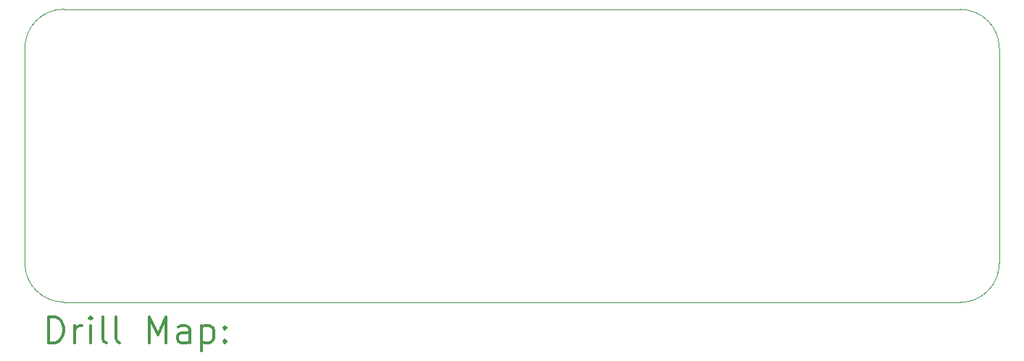
<source format=gbr>
%FSLAX45Y45*%
G04 Gerber Fmt 4.5, Leading zero omitted, Abs format (unit mm)*
G04 Created by KiCad (PCBNEW (5.1.9-0-10_14)) date 2021-06-10 12:36:53*
%MOMM*%
%LPD*%
G01*
G04 APERTURE LIST*
%TA.AperFunction,Profile*%
%ADD10C,0.100000*%
%TD*%
%ADD11C,0.200000*%
%ADD12C,0.300000*%
G04 APERTURE END LIST*
D10*
X21506180Y-14594840D02*
X11035400Y-14592300D01*
X21963380Y-11623040D02*
X21963380Y-14137640D01*
X11035400Y-11163300D02*
X21506180Y-11165840D01*
X10578200Y-14135100D02*
X10578200Y-11620500D01*
X10578200Y-11620500D02*
G75*
G02*
X11035400Y-11163300I457200J0D01*
G01*
X11035400Y-14592300D02*
G75*
G02*
X10578200Y-14135100I0J457200D01*
G01*
X21963380Y-14137640D02*
G75*
G02*
X21506180Y-14594840I-457200J0D01*
G01*
X21506180Y-11165840D02*
G75*
G02*
X21963380Y-11623040I0J-457200D01*
G01*
D11*
D12*
X10859628Y-15065554D02*
X10859628Y-14765554D01*
X10931057Y-14765554D01*
X10973914Y-14779840D01*
X11002486Y-14808411D01*
X11016771Y-14836983D01*
X11031057Y-14894126D01*
X11031057Y-14936983D01*
X11016771Y-14994126D01*
X11002486Y-15022697D01*
X10973914Y-15051269D01*
X10931057Y-15065554D01*
X10859628Y-15065554D01*
X11159628Y-15065554D02*
X11159628Y-14865554D01*
X11159628Y-14922697D02*
X11173914Y-14894126D01*
X11188200Y-14879840D01*
X11216771Y-14865554D01*
X11245343Y-14865554D01*
X11345343Y-15065554D02*
X11345343Y-14865554D01*
X11345343Y-14765554D02*
X11331057Y-14779840D01*
X11345343Y-14794126D01*
X11359628Y-14779840D01*
X11345343Y-14765554D01*
X11345343Y-14794126D01*
X11531057Y-15065554D02*
X11502486Y-15051269D01*
X11488200Y-15022697D01*
X11488200Y-14765554D01*
X11688200Y-15065554D02*
X11659628Y-15051269D01*
X11645343Y-15022697D01*
X11645343Y-14765554D01*
X12031057Y-15065554D02*
X12031057Y-14765554D01*
X12131057Y-14979840D01*
X12231057Y-14765554D01*
X12231057Y-15065554D01*
X12502486Y-15065554D02*
X12502486Y-14908411D01*
X12488200Y-14879840D01*
X12459628Y-14865554D01*
X12402486Y-14865554D01*
X12373914Y-14879840D01*
X12502486Y-15051269D02*
X12473914Y-15065554D01*
X12402486Y-15065554D01*
X12373914Y-15051269D01*
X12359628Y-15022697D01*
X12359628Y-14994126D01*
X12373914Y-14965554D01*
X12402486Y-14951269D01*
X12473914Y-14951269D01*
X12502486Y-14936983D01*
X12645343Y-14865554D02*
X12645343Y-15165554D01*
X12645343Y-14879840D02*
X12673914Y-14865554D01*
X12731057Y-14865554D01*
X12759628Y-14879840D01*
X12773914Y-14894126D01*
X12788200Y-14922697D01*
X12788200Y-15008411D01*
X12773914Y-15036983D01*
X12759628Y-15051269D01*
X12731057Y-15065554D01*
X12673914Y-15065554D01*
X12645343Y-15051269D01*
X12916771Y-15036983D02*
X12931057Y-15051269D01*
X12916771Y-15065554D01*
X12902486Y-15051269D01*
X12916771Y-15036983D01*
X12916771Y-15065554D01*
X12916771Y-14879840D02*
X12931057Y-14894126D01*
X12916771Y-14908411D01*
X12902486Y-14894126D01*
X12916771Y-14879840D01*
X12916771Y-14908411D01*
M02*

</source>
